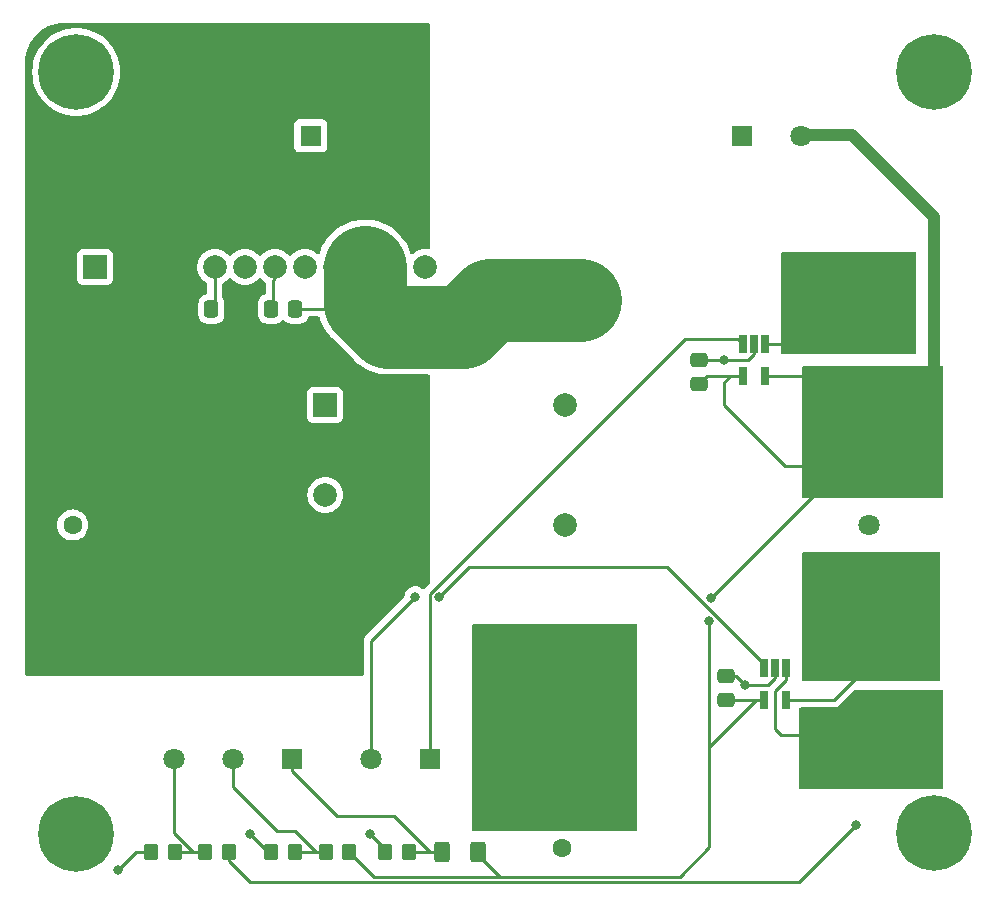
<source format=gbl>
G04 #@! TF.GenerationSoftware,KiCad,Pcbnew,(6.0.10)*
G04 #@! TF.CreationDate,2023-01-26T21:46:59-05:00*
G04 #@! TF.ProjectId,Converters,436f6e76-6572-4746-9572-732e6b696361,rev?*
G04 #@! TF.SameCoordinates,Original*
G04 #@! TF.FileFunction,Copper,L2,Bot*
G04 #@! TF.FilePolarity,Positive*
%FSLAX46Y46*%
G04 Gerber Fmt 4.6, Leading zero omitted, Abs format (unit mm)*
G04 Created by KiCad (PCBNEW (6.0.10)) date 2023-01-26 21:46:59*
%MOMM*%
%LPD*%
G01*
G04 APERTURE LIST*
G04 Aperture macros list*
%AMRoundRect*
0 Rectangle with rounded corners*
0 $1 Rounding radius*
0 $2 $3 $4 $5 $6 $7 $8 $9 X,Y pos of 4 corners*
0 Add a 4 corners polygon primitive as box body*
4,1,4,$2,$3,$4,$5,$6,$7,$8,$9,$2,$3,0*
0 Add four circle primitives for the rounded corners*
1,1,$1+$1,$2,$3*
1,1,$1+$1,$4,$5*
1,1,$1+$1,$6,$7*
1,1,$1+$1,$8,$9*
0 Add four rect primitives between the rounded corners*
20,1,$1+$1,$2,$3,$4,$5,0*
20,1,$1+$1,$4,$5,$6,$7,0*
20,1,$1+$1,$6,$7,$8,$9,0*
20,1,$1+$1,$8,$9,$2,$3,0*%
G04 Aperture macros list end*
G04 #@! TA.AperFunction,ComponentPad*
%ADD10C,6.400000*%
G04 #@! TD*
G04 #@! TA.AperFunction,ComponentPad*
%ADD11R,1.600000X1.600000*%
G04 #@! TD*
G04 #@! TA.AperFunction,ComponentPad*
%ADD12C,1.600000*%
G04 #@! TD*
G04 #@! TA.AperFunction,ComponentPad*
%ADD13R,1.803400X1.803400*%
G04 #@! TD*
G04 #@! TA.AperFunction,ComponentPad*
%ADD14C,1.803400*%
G04 #@! TD*
G04 #@! TA.AperFunction,ComponentPad*
%ADD15R,2.000000X2.000000*%
G04 #@! TD*
G04 #@! TA.AperFunction,ComponentPad*
%ADD16C,2.000000*%
G04 #@! TD*
G04 #@! TA.AperFunction,ComponentPad*
%ADD17RoundRect,0.750000X-0.750000X-0.750000X0.750000X-0.750000X0.750000X0.750000X-0.750000X0.750000X0*%
G04 #@! TD*
G04 #@! TA.AperFunction,ComponentPad*
%ADD18C,3.000000*%
G04 #@! TD*
G04 #@! TA.AperFunction,SMDPad,CuDef*
%ADD19RoundRect,0.250000X0.350000X0.450000X-0.350000X0.450000X-0.350000X-0.450000X0.350000X-0.450000X0*%
G04 #@! TD*
G04 #@! TA.AperFunction,SMDPad,CuDef*
%ADD20RoundRect,0.250000X-0.475000X0.337500X-0.475000X-0.337500X0.475000X-0.337500X0.475000X0.337500X0*%
G04 #@! TD*
G04 #@! TA.AperFunction,SMDPad,CuDef*
%ADD21R,0.650000X1.560000*%
G04 #@! TD*
G04 #@! TA.AperFunction,SMDPad,CuDef*
%ADD22RoundRect,0.250000X0.337500X0.475000X-0.337500X0.475000X-0.337500X-0.475000X0.337500X-0.475000X0*%
G04 #@! TD*
G04 #@! TA.AperFunction,SMDPad,CuDef*
%ADD23RoundRect,0.250000X-0.337500X-0.475000X0.337500X-0.475000X0.337500X0.475000X-0.337500X0.475000X0*%
G04 #@! TD*
G04 #@! TA.AperFunction,SMDPad,CuDef*
%ADD24RoundRect,0.249999X-1.425001X0.450001X-1.425001X-0.450001X1.425001X-0.450001X1.425001X0.450001X0*%
G04 #@! TD*
G04 #@! TA.AperFunction,SMDPad,CuDef*
%ADD25RoundRect,0.250000X0.400000X0.625000X-0.400000X0.625000X-0.400000X-0.625000X0.400000X-0.625000X0*%
G04 #@! TD*
G04 #@! TA.AperFunction,ViaPad*
%ADD26C,0.800000*%
G04 #@! TD*
G04 #@! TA.AperFunction,Conductor*
%ADD27C,0.250000*%
G04 #@! TD*
G04 #@! TA.AperFunction,Conductor*
%ADD28C,1.000000*%
G04 #@! TD*
G04 #@! TA.AperFunction,Conductor*
%ADD29C,7.000000*%
G04 #@! TD*
G04 APERTURE END LIST*
D10*
X181102000Y-71120000D03*
D11*
X149606000Y-134351347D03*
D12*
X149606000Y-136851347D03*
D13*
X175567999Y-114474001D03*
D14*
X175567999Y-109474001D03*
X175567999Y-104474001D03*
D15*
X129540000Y-99314000D03*
D16*
X129540000Y-106934000D03*
X129540000Y-112014000D03*
X149860000Y-119634000D03*
X149860000Y-109474000D03*
X149860000Y-99314000D03*
D13*
X164846000Y-76507999D03*
D14*
X169846000Y-76507999D03*
D13*
X126746000Y-129286000D03*
D14*
X121746000Y-129286000D03*
X116746000Y-129286000D03*
D13*
X128310000Y-76507999D03*
D14*
X133310000Y-76507999D03*
D10*
X181102000Y-135595000D03*
D13*
X138430000Y-129286000D03*
D14*
X133430000Y-129286000D03*
D11*
X110656380Y-109474000D03*
D12*
X108156380Y-109474000D03*
D17*
X143510000Y-90424000D03*
X151130000Y-90424000D03*
D18*
X170100000Y-90424000D03*
X177720000Y-90424000D03*
D17*
X145201000Y-127254000D03*
X152821000Y-127254000D03*
D18*
X171791000Y-127254000D03*
X179411000Y-127254000D03*
D10*
X108458000Y-135636000D03*
X108458000Y-71120000D03*
D15*
X110049000Y-87630000D03*
D16*
X112589000Y-87630000D03*
X115129000Y-87630000D03*
X117669000Y-87630000D03*
X120209000Y-87630000D03*
X122749000Y-87630000D03*
X125289000Y-87630000D03*
X127829000Y-87630000D03*
X130369000Y-87630000D03*
X132909000Y-87630000D03*
X135449000Y-87630000D03*
X137989000Y-87630000D03*
D19*
X116824000Y-137160000D03*
X114824000Y-137160000D03*
D20*
X163449000Y-122258000D03*
X163449000Y-124333000D03*
D21*
X166690000Y-121586000D03*
X167640000Y-121586000D03*
X168590000Y-121586000D03*
X168590000Y-124286000D03*
X166690000Y-124286000D03*
D19*
X136636000Y-137160000D03*
X134636000Y-137160000D03*
D20*
X161163000Y-95482500D03*
X161163000Y-97557500D03*
D19*
X121380000Y-137160000D03*
X119380000Y-137160000D03*
D22*
X127021500Y-91186000D03*
X124946500Y-91186000D03*
D23*
X117834500Y-91186000D03*
X119909500Y-91186000D03*
D21*
X164912000Y-94154000D03*
X165862000Y-94154000D03*
X166812000Y-94154000D03*
X166812000Y-96854000D03*
X164912000Y-96854000D03*
D19*
X131572000Y-137160000D03*
X129572000Y-137160000D03*
D24*
X173990000Y-92454000D03*
X173990000Y-98554000D03*
X175514000Y-119886000D03*
X175514000Y-125986000D03*
D19*
X126984000Y-137160000D03*
X124984000Y-137160000D03*
D25*
X142520000Y-137160000D03*
X139420000Y-137160000D03*
D26*
X163322000Y-95504000D03*
X133350000Y-135636000D03*
X165100000Y-123063000D03*
X123190000Y-135636000D03*
X112014000Y-138684000D03*
X162047701Y-117606299D03*
X162183299Y-115692701D03*
X174498000Y-134874000D03*
X137160000Y-115570000D03*
X139196299Y-115574299D03*
D27*
X125121500Y-91186000D02*
X125121500Y-88746500D01*
X167005000Y-123063000D02*
X167640000Y-122428000D01*
X114824000Y-137160000D02*
X113538000Y-137160000D01*
X113538000Y-137160000D02*
X112014000Y-138684000D01*
X167640000Y-122428000D02*
X167640000Y-121586000D01*
X165100000Y-123063000D02*
X167005000Y-123063000D01*
X125289000Y-88579000D02*
X125289000Y-87630000D01*
X120209000Y-90711500D02*
X120209000Y-87630000D01*
X165354000Y-95504000D02*
X165862000Y-94996000D01*
X124714000Y-137160000D02*
X123190000Y-135636000D01*
X164295000Y-122258000D02*
X165100000Y-123063000D01*
X134636000Y-137160000D02*
X134636000Y-136922000D01*
X163449000Y-122258000D02*
X164295000Y-122258000D01*
X119734500Y-91186000D02*
X120209000Y-90711500D01*
X163322000Y-95504000D02*
X161692500Y-95504000D01*
X125121500Y-88746500D02*
X125289000Y-88579000D01*
X124984000Y-137160000D02*
X124714000Y-137160000D01*
X165862000Y-94996000D02*
X165862000Y-94154000D01*
X134636000Y-136922000D02*
X133350000Y-135636000D01*
X165354000Y-95504000D02*
X163322000Y-95504000D01*
X163322000Y-97409000D02*
X163322000Y-99314000D01*
X163877000Y-96854000D02*
X161866500Y-96854000D01*
X161866500Y-96854000D02*
X161163000Y-97557500D01*
X159570000Y-139250000D02*
X162052000Y-136768000D01*
X168482001Y-104474001D02*
X173401999Y-104474001D01*
X162052000Y-125984000D02*
X162052000Y-124460000D01*
X162183299Y-115692701D02*
X173401999Y-104474001D01*
D28*
X174164000Y-76454000D02*
X170354000Y-76454000D01*
D27*
X144330000Y-139250000D02*
X149098000Y-139250000D01*
X142520000Y-137440000D02*
X144330000Y-139250000D01*
X142520000Y-137160000D02*
X142520000Y-137440000D01*
X163322000Y-99314000D02*
X168482001Y-104474001D01*
X133662000Y-139250000D02*
X144330000Y-139250000D01*
X162052000Y-124460000D02*
X162052000Y-117610598D01*
X166690000Y-124286000D02*
X166036000Y-124286000D01*
X165434000Y-124286000D02*
X163623000Y-124286000D01*
X173790000Y-96854000D02*
X166812000Y-96854000D01*
D28*
X175567999Y-104474001D02*
X181102000Y-98940000D01*
D27*
X162052000Y-136768000D02*
X162052000Y-128397000D01*
X164912000Y-96854000D02*
X163877000Y-96854000D01*
X173990000Y-97054000D02*
X173790000Y-96854000D01*
X162052000Y-126365000D02*
X162052000Y-125984000D01*
X131572000Y-137160000D02*
X133662000Y-139250000D01*
X162052000Y-128397000D02*
X162052000Y-126365000D01*
X162052000Y-117610598D02*
X162047701Y-117606299D01*
X166036000Y-124286000D02*
X165434000Y-124286000D01*
X163877000Y-96854000D02*
X163322000Y-97409000D01*
X173401999Y-104474001D02*
X175567999Y-104474001D01*
X149098000Y-139250000D02*
X159570000Y-139250000D01*
X162052000Y-128270000D02*
X162052000Y-128397000D01*
X166036000Y-124286000D02*
X162052000Y-128270000D01*
D28*
X181102000Y-98940000D02*
X181102000Y-83392000D01*
X181102000Y-83392000D02*
X174164000Y-76454000D01*
D27*
X163623000Y-124286000D02*
X163576000Y-124333000D01*
X132468000Y-91186000D02*
X132909000Y-90745000D01*
D29*
X143510000Y-90424000D02*
X151130000Y-90424000D01*
X132909000Y-90745000D02*
X134874000Y-92710000D01*
D27*
X126846500Y-91186000D02*
X132468000Y-91186000D01*
D29*
X132909000Y-87630000D02*
X132909000Y-90745000D01*
X141224000Y-92710000D02*
X143510000Y-90424000D01*
X134874000Y-92710000D02*
X141224000Y-92710000D01*
D27*
X169672000Y-139700000D02*
X174498000Y-134874000D01*
X172614000Y-124286000D02*
X175514000Y-121386000D01*
X121380000Y-137160000D02*
X121380000Y-137890000D01*
X123190000Y-139700000D02*
X169672000Y-139700000D01*
X121380000Y-137890000D02*
X123190000Y-139700000D01*
X168590000Y-124286000D02*
X172614000Y-124286000D01*
X166812000Y-94154000D02*
X173790000Y-94154000D01*
X173790000Y-94154000D02*
X173990000Y-93954000D01*
X168590000Y-122616000D02*
X167640000Y-123566000D01*
X167640000Y-126746000D02*
X168148000Y-127254000D01*
X167640000Y-123566000D02*
X167640000Y-126746000D01*
X168148000Y-127254000D02*
X171791000Y-127254000D01*
X168590000Y-121586000D02*
X168590000Y-122616000D01*
X126746000Y-130302000D02*
X126746000Y-129286000D01*
X138430000Y-137160000D02*
X139420000Y-137160000D01*
X130556000Y-134112000D02*
X126746000Y-130302000D01*
X138430000Y-137160000D02*
X135382000Y-134112000D01*
X136636000Y-137160000D02*
X138430000Y-137160000D01*
X135382000Y-134112000D02*
X130556000Y-134112000D01*
X125476000Y-135382000D02*
X126238000Y-135382000D01*
X121746000Y-131652000D02*
X121746000Y-129286000D01*
X128778000Y-137160000D02*
X126984000Y-137160000D01*
X128778000Y-137160000D02*
X127000000Y-135382000D01*
X129572000Y-137160000D02*
X128778000Y-137160000D01*
X121746000Y-131652000D02*
X125476000Y-135382000D01*
X127000000Y-135382000D02*
X126238000Y-135382000D01*
X118364000Y-137160000D02*
X116746000Y-135542000D01*
X119380000Y-137160000D02*
X118364000Y-137160000D01*
X118364000Y-137160000D02*
X116824000Y-137160000D01*
X116746000Y-135542000D02*
X116746000Y-129286000D01*
X164912000Y-94154000D02*
X164484000Y-93726000D01*
X164484000Y-93726000D02*
X160020000Y-93726000D01*
X138430000Y-115316000D02*
X138430000Y-129286000D01*
X160020000Y-93726000D02*
X138430000Y-115316000D01*
X166690000Y-121224000D02*
X160020000Y-114554000D01*
X141740598Y-113030000D02*
X139196299Y-115574299D01*
X166690000Y-121586000D02*
X166690000Y-121224000D01*
X137160000Y-115570000D02*
X133430000Y-119300000D01*
X158496000Y-113030000D02*
X141740598Y-113030000D01*
X160020000Y-114554000D02*
X158496000Y-113030000D01*
X133430000Y-119300000D02*
X133430000Y-129286000D01*
G04 #@! TA.AperFunction,Conductor*
G36*
X181552121Y-111780002D02*
G01*
X181598614Y-111833658D01*
X181610000Y-111886000D01*
X181610000Y-122556000D01*
X181589998Y-122624121D01*
X181536342Y-122670614D01*
X181484000Y-122682000D01*
X170052000Y-122682000D01*
X169983879Y-122661998D01*
X169937386Y-122608342D01*
X169926000Y-122556000D01*
X169926000Y-111886000D01*
X169946002Y-111817879D01*
X169999658Y-111771386D01*
X170052000Y-111760000D01*
X181484000Y-111760000D01*
X181552121Y-111780002D01*
G37*
G04 #@! TD.AperFunction*
G04 #@! TA.AperFunction,Conductor*
G36*
X155898121Y-117876002D02*
G01*
X155944614Y-117929658D01*
X155956000Y-117982000D01*
X155956000Y-135256000D01*
X155935998Y-135324121D01*
X155882342Y-135370614D01*
X155830000Y-135382000D01*
X142112000Y-135382000D01*
X142043879Y-135361998D01*
X141997386Y-135308342D01*
X141986000Y-135256000D01*
X141986000Y-117982000D01*
X142006002Y-117913879D01*
X142059658Y-117867386D01*
X142112000Y-117856000D01*
X155830000Y-117856000D01*
X155898121Y-117876002D01*
G37*
G04 #@! TD.AperFunction*
G04 #@! TA.AperFunction,Conductor*
G36*
X181806121Y-123464002D02*
G01*
X181852614Y-123517658D01*
X181864000Y-123570000D01*
X181864000Y-131700000D01*
X181843998Y-131768121D01*
X181790342Y-131814614D01*
X181738000Y-131826000D01*
X169798000Y-131826000D01*
X169729879Y-131805998D01*
X169683386Y-131752342D01*
X169672000Y-131700000D01*
X169672000Y-125045500D01*
X169692002Y-124977379D01*
X169745658Y-124930886D01*
X169798000Y-124919500D01*
X172535233Y-124919500D01*
X172546416Y-124920027D01*
X172553909Y-124921702D01*
X172561835Y-124921453D01*
X172561836Y-124921453D01*
X172621986Y-124919562D01*
X172625945Y-124919500D01*
X172653856Y-124919500D01*
X172657791Y-124919003D01*
X172657856Y-124918995D01*
X172669693Y-124918062D01*
X172701951Y-124917048D01*
X172705970Y-124916922D01*
X172713889Y-124916673D01*
X172733343Y-124911021D01*
X172752700Y-124907013D01*
X172764930Y-124905468D01*
X172764931Y-124905468D01*
X172772797Y-124904474D01*
X172780168Y-124901555D01*
X172780170Y-124901555D01*
X172813912Y-124888196D01*
X172825142Y-124884351D01*
X172859983Y-124874229D01*
X172859984Y-124874229D01*
X172867593Y-124872018D01*
X172874412Y-124867985D01*
X172874417Y-124867983D01*
X172885028Y-124861707D01*
X172902776Y-124853012D01*
X172921617Y-124845552D01*
X172957387Y-124819564D01*
X172967307Y-124813048D01*
X172998535Y-124794580D01*
X172998538Y-124794578D01*
X173005362Y-124790542D01*
X173019683Y-124776221D01*
X173034717Y-124763380D01*
X173044694Y-124756131D01*
X173051107Y-124751472D01*
X173079298Y-124717395D01*
X173087288Y-124708616D01*
X174314999Y-123480905D01*
X174377311Y-123446879D01*
X174404094Y-123444000D01*
X181738000Y-123444000D01*
X181806121Y-123464002D01*
G37*
G04 #@! TD.AperFunction*
G04 #@! TA.AperFunction,Conductor*
G36*
X179520121Y-86380002D02*
G01*
X179566614Y-86433658D01*
X179578000Y-86486000D01*
X179578000Y-94870000D01*
X179557998Y-94938121D01*
X179504342Y-94984614D01*
X179452000Y-94996000D01*
X168274000Y-94996000D01*
X168205879Y-94975998D01*
X168159386Y-94922342D01*
X168148000Y-94870000D01*
X168148000Y-86486000D01*
X168168002Y-86417879D01*
X168221658Y-86371386D01*
X168274000Y-86360000D01*
X179452000Y-86360000D01*
X179520121Y-86380002D01*
G37*
G04 #@! TD.AperFunction*
G04 #@! TA.AperFunction,Conductor*
G36*
X181806121Y-96032002D02*
G01*
X181852614Y-96085658D01*
X181864000Y-96138000D01*
X181864000Y-107062000D01*
X181843998Y-107130121D01*
X181790342Y-107176614D01*
X181738000Y-107188000D01*
X170052000Y-107188000D01*
X169983879Y-107167998D01*
X169937386Y-107114342D01*
X169926000Y-107062000D01*
X169926000Y-96138000D01*
X169946002Y-96069879D01*
X169999658Y-96023386D01*
X170052000Y-96012000D01*
X181738000Y-96012000D01*
X181806121Y-96032002D01*
G37*
G04 #@! TD.AperFunction*
G04 #@! TA.AperFunction,Conductor*
G36*
X138346121Y-66976579D02*
G01*
X138392614Y-67030235D01*
X138404000Y-67082577D01*
X138404000Y-86018438D01*
X138383998Y-86086559D01*
X138330342Y-86133052D01*
X138260068Y-86143156D01*
X138248585Y-86140956D01*
X138230533Y-86136622D01*
X138230525Y-86136621D01*
X138225711Y-86135465D01*
X137989000Y-86116835D01*
X137752289Y-86135465D01*
X137747482Y-86136619D01*
X137747476Y-86136620D01*
X137601609Y-86171640D01*
X137521406Y-86190895D01*
X137516835Y-86192788D01*
X137516833Y-86192789D01*
X137306611Y-86279865D01*
X137306607Y-86279867D01*
X137302037Y-86281760D01*
X137297817Y-86284346D01*
X137103798Y-86403241D01*
X137103792Y-86403245D01*
X137099584Y-86405824D01*
X137095830Y-86409031D01*
X137095818Y-86409039D01*
X136953140Y-86530898D01*
X136888351Y-86559929D01*
X136818151Y-86549324D01*
X136764828Y-86502449D01*
X136749187Y-86466103D01*
X136745065Y-86449872D01*
X136730242Y-86409035D01*
X136609955Y-86077648D01*
X136609951Y-86077638D01*
X136608888Y-86074710D01*
X136436123Y-85714929D01*
X136228479Y-85374085D01*
X135988009Y-85055549D01*
X135985899Y-85053267D01*
X135985892Y-85053258D01*
X135719214Y-84764769D01*
X135717091Y-84762472D01*
X135418405Y-84497751D01*
X135094903Y-84264005D01*
X134749785Y-84063545D01*
X134746948Y-84062255D01*
X134746944Y-84062253D01*
X134389321Y-83899651D01*
X134386464Y-83898352D01*
X134383495Y-83897344D01*
X134383487Y-83897341D01*
X134011499Y-83771069D01*
X134011496Y-83771068D01*
X134008532Y-83770062D01*
X134005494Y-83769358D01*
X134005484Y-83769355D01*
X133622770Y-83680647D01*
X133622768Y-83680647D01*
X133619728Y-83679942D01*
X133349064Y-83645029D01*
X133227005Y-83629284D01*
X133227002Y-83629284D01*
X133223895Y-83628883D01*
X132880344Y-83618987D01*
X132828074Y-83617481D01*
X132828073Y-83617481D01*
X132824948Y-83617391D01*
X132821829Y-83617612D01*
X132821822Y-83617612D01*
X132471881Y-83642389D01*
X132426832Y-83645579D01*
X132033485Y-83713169D01*
X132030476Y-83714001D01*
X132030470Y-83714002D01*
X131800148Y-83777659D01*
X131648795Y-83819491D01*
X131645893Y-83820614D01*
X131645883Y-83820617D01*
X131308363Y-83951194D01*
X131276567Y-83963495D01*
X131273776Y-83964908D01*
X131273769Y-83964911D01*
X131096006Y-84054901D01*
X130920482Y-84143757D01*
X130917852Y-84145436D01*
X130917841Y-84145442D01*
X130729228Y-84265834D01*
X130584061Y-84358494D01*
X130581614Y-84360423D01*
X130581607Y-84360428D01*
X130404771Y-84499835D01*
X130270632Y-84605582D01*
X130268376Y-84607757D01*
X130268370Y-84607762D01*
X130139200Y-84732283D01*
X129983292Y-84882578D01*
X129981259Y-84884971D01*
X129726919Y-85184348D01*
X129726912Y-85184357D01*
X129724885Y-85186743D01*
X129723102Y-85189323D01*
X129499742Y-85512497D01*
X129499737Y-85512506D01*
X129497965Y-85515069D01*
X129304776Y-85864309D01*
X129303543Y-85867178D01*
X129303538Y-85867189D01*
X129191742Y-86127402D01*
X129147229Y-86231010D01*
X129146288Y-86233987D01*
X129146286Y-86233991D01*
X129069854Y-86475668D01*
X129030242Y-86534586D01*
X128965065Y-86562736D01*
X128895015Y-86551179D01*
X128867889Y-86533485D01*
X128722182Y-86409040D01*
X128722178Y-86409037D01*
X128718416Y-86405824D01*
X128714208Y-86403245D01*
X128714202Y-86403241D01*
X128520183Y-86284346D01*
X128515963Y-86281760D01*
X128511393Y-86279867D01*
X128511389Y-86279865D01*
X128301167Y-86192789D01*
X128301165Y-86192788D01*
X128296594Y-86190895D01*
X128216391Y-86171640D01*
X128070524Y-86136620D01*
X128070518Y-86136619D01*
X128065711Y-86135465D01*
X127829000Y-86116835D01*
X127592289Y-86135465D01*
X127587482Y-86136619D01*
X127587476Y-86136620D01*
X127441609Y-86171640D01*
X127361406Y-86190895D01*
X127356835Y-86192788D01*
X127356833Y-86192789D01*
X127146611Y-86279865D01*
X127146607Y-86279867D01*
X127142037Y-86281760D01*
X127137817Y-86284346D01*
X126943798Y-86403241D01*
X126943792Y-86403245D01*
X126939584Y-86405824D01*
X126759031Y-86560031D01*
X126755823Y-86563787D01*
X126755818Y-86563792D01*
X126654811Y-86682056D01*
X126595361Y-86720866D01*
X126524366Y-86721372D01*
X126463189Y-86682056D01*
X126362182Y-86563792D01*
X126362177Y-86563787D01*
X126358969Y-86560031D01*
X126178416Y-86405824D01*
X126174208Y-86403245D01*
X126174202Y-86403241D01*
X125980183Y-86284346D01*
X125975963Y-86281760D01*
X125971393Y-86279867D01*
X125971389Y-86279865D01*
X125761167Y-86192789D01*
X125761165Y-86192788D01*
X125756594Y-86190895D01*
X125676391Y-86171640D01*
X125530524Y-86136620D01*
X125530518Y-86136619D01*
X125525711Y-86135465D01*
X125289000Y-86116835D01*
X125052289Y-86135465D01*
X125047482Y-86136619D01*
X125047476Y-86136620D01*
X124901609Y-86171640D01*
X124821406Y-86190895D01*
X124816835Y-86192788D01*
X124816833Y-86192789D01*
X124606611Y-86279865D01*
X124606607Y-86279867D01*
X124602037Y-86281760D01*
X124597817Y-86284346D01*
X124403798Y-86403241D01*
X124403792Y-86403245D01*
X124399584Y-86405824D01*
X124219031Y-86560031D01*
X124215823Y-86563787D01*
X124215818Y-86563792D01*
X124114811Y-86682056D01*
X124055361Y-86720866D01*
X123984366Y-86721372D01*
X123923189Y-86682056D01*
X123822182Y-86563792D01*
X123822177Y-86563787D01*
X123818969Y-86560031D01*
X123638416Y-86405824D01*
X123634208Y-86403245D01*
X123634202Y-86403241D01*
X123440183Y-86284346D01*
X123435963Y-86281760D01*
X123431393Y-86279867D01*
X123431389Y-86279865D01*
X123221167Y-86192789D01*
X123221165Y-86192788D01*
X123216594Y-86190895D01*
X123136391Y-86171640D01*
X122990524Y-86136620D01*
X122990518Y-86136619D01*
X122985711Y-86135465D01*
X122749000Y-86116835D01*
X122512289Y-86135465D01*
X122507482Y-86136619D01*
X122507476Y-86136620D01*
X122361609Y-86171640D01*
X122281406Y-86190895D01*
X122276835Y-86192788D01*
X122276833Y-86192789D01*
X122066611Y-86279865D01*
X122066607Y-86279867D01*
X122062037Y-86281760D01*
X122057817Y-86284346D01*
X121863798Y-86403241D01*
X121863792Y-86403245D01*
X121859584Y-86405824D01*
X121679031Y-86560031D01*
X121675823Y-86563787D01*
X121675818Y-86563792D01*
X121574811Y-86682056D01*
X121515361Y-86720866D01*
X121444366Y-86721372D01*
X121383189Y-86682056D01*
X121282182Y-86563792D01*
X121282177Y-86563787D01*
X121278969Y-86560031D01*
X121098416Y-86405824D01*
X121094208Y-86403245D01*
X121094202Y-86403241D01*
X120900183Y-86284346D01*
X120895963Y-86281760D01*
X120891393Y-86279867D01*
X120891389Y-86279865D01*
X120681167Y-86192789D01*
X120681165Y-86192788D01*
X120676594Y-86190895D01*
X120596391Y-86171640D01*
X120450524Y-86136620D01*
X120450518Y-86136619D01*
X120445711Y-86135465D01*
X120209000Y-86116835D01*
X119972289Y-86135465D01*
X119967482Y-86136619D01*
X119967476Y-86136620D01*
X119821609Y-86171640D01*
X119741406Y-86190895D01*
X119736835Y-86192788D01*
X119736833Y-86192789D01*
X119526611Y-86279865D01*
X119526607Y-86279867D01*
X119522037Y-86281760D01*
X119517817Y-86284346D01*
X119323798Y-86403241D01*
X119323792Y-86403245D01*
X119319584Y-86405824D01*
X119139031Y-86560031D01*
X118984824Y-86740584D01*
X118982245Y-86744792D01*
X118982241Y-86744798D01*
X118863346Y-86938817D01*
X118860760Y-86943037D01*
X118858867Y-86947607D01*
X118858865Y-86947611D01*
X118771789Y-87157833D01*
X118769895Y-87162406D01*
X118750640Y-87242609D01*
X118745110Y-87265645D01*
X118714465Y-87393289D01*
X118695835Y-87630000D01*
X118714465Y-87866711D01*
X118769895Y-88097594D01*
X118860760Y-88316963D01*
X118863346Y-88321183D01*
X118982241Y-88515202D01*
X118982245Y-88515208D01*
X118984824Y-88519416D01*
X119139031Y-88699969D01*
X119319584Y-88854176D01*
X119323792Y-88856755D01*
X119323798Y-88856759D01*
X119515335Y-88974133D01*
X119562966Y-89026781D01*
X119575500Y-89081566D01*
X119575500Y-89833305D01*
X119555498Y-89901426D01*
X119501842Y-89947919D01*
X119462504Y-89958632D01*
X119451003Y-89959825D01*
X119422692Y-89962762D01*
X119422688Y-89962763D01*
X119415834Y-89963474D01*
X119409298Y-89965655D01*
X119409296Y-89965655D01*
X119355560Y-89983583D01*
X119248054Y-90019450D01*
X119097652Y-90112522D01*
X118972695Y-90237697D01*
X118879885Y-90388262D01*
X118877581Y-90395209D01*
X118829187Y-90541114D01*
X118824203Y-90556139D01*
X118813500Y-90660600D01*
X118813500Y-91711400D01*
X118824474Y-91817166D01*
X118826655Y-91823702D01*
X118826655Y-91823704D01*
X118860493Y-91925128D01*
X118880450Y-91984946D01*
X118973522Y-92135348D01*
X119098697Y-92260305D01*
X119104927Y-92264145D01*
X119104928Y-92264146D01*
X119242090Y-92348694D01*
X119249262Y-92353115D01*
X119273466Y-92361143D01*
X119410611Y-92406632D01*
X119410613Y-92406632D01*
X119417139Y-92408797D01*
X119423975Y-92409497D01*
X119423978Y-92409498D01*
X119456520Y-92412832D01*
X119521600Y-92419500D01*
X120297400Y-92419500D01*
X120300646Y-92419163D01*
X120300650Y-92419163D01*
X120396308Y-92409238D01*
X120396312Y-92409237D01*
X120403166Y-92408526D01*
X120409702Y-92406345D01*
X120409704Y-92406345D01*
X120557125Y-92357161D01*
X120570946Y-92352550D01*
X120721348Y-92259478D01*
X120846305Y-92134303D01*
X120899537Y-92047945D01*
X120935275Y-91989968D01*
X120935276Y-91989966D01*
X120939115Y-91983738D01*
X120994797Y-91815861D01*
X121005500Y-91711400D01*
X121005500Y-90660600D01*
X120994526Y-90554834D01*
X120938550Y-90387054D01*
X120912128Y-90344357D01*
X120861356Y-90262310D01*
X120842500Y-90196007D01*
X120842500Y-89081566D01*
X120862502Y-89013445D01*
X120902665Y-88974133D01*
X121094202Y-88856759D01*
X121094208Y-88856755D01*
X121098416Y-88854176D01*
X121278969Y-88699969D01*
X121282177Y-88696213D01*
X121282182Y-88696208D01*
X121383189Y-88577944D01*
X121442639Y-88539134D01*
X121513634Y-88538628D01*
X121574811Y-88577944D01*
X121675818Y-88696208D01*
X121675823Y-88696213D01*
X121679031Y-88699969D01*
X121859584Y-88854176D01*
X121863792Y-88856755D01*
X121863798Y-88856759D01*
X121963258Y-88917708D01*
X122062037Y-88978240D01*
X122066607Y-88980133D01*
X122066611Y-88980135D01*
X122276833Y-89067211D01*
X122281406Y-89069105D01*
X122329349Y-89080615D01*
X122507476Y-89123380D01*
X122507482Y-89123381D01*
X122512289Y-89124535D01*
X122749000Y-89143165D01*
X122985711Y-89124535D01*
X122990518Y-89123381D01*
X122990524Y-89123380D01*
X123168651Y-89080615D01*
X123216594Y-89069105D01*
X123221167Y-89067211D01*
X123431389Y-88980135D01*
X123431393Y-88980133D01*
X123435963Y-88978240D01*
X123534742Y-88917708D01*
X123634202Y-88856759D01*
X123634208Y-88856755D01*
X123638416Y-88854176D01*
X123818969Y-88699969D01*
X123822177Y-88696213D01*
X123822182Y-88696208D01*
X123923189Y-88577944D01*
X123982639Y-88539134D01*
X124053634Y-88538628D01*
X124114811Y-88577944D01*
X124215818Y-88696208D01*
X124215823Y-88696213D01*
X124219031Y-88699969D01*
X124399584Y-88854176D01*
X124427836Y-88871489D01*
X124475466Y-88924134D01*
X124488000Y-88978920D01*
X124488000Y-89860951D01*
X124467998Y-89929072D01*
X124414342Y-89975565D01*
X124401876Y-89980475D01*
X124285054Y-90019450D01*
X124134652Y-90112522D01*
X124009695Y-90237697D01*
X123916885Y-90388262D01*
X123914581Y-90395209D01*
X123866187Y-90541114D01*
X123861203Y-90556139D01*
X123850500Y-90660600D01*
X123850500Y-91711400D01*
X123861474Y-91817166D01*
X123863655Y-91823702D01*
X123863655Y-91823704D01*
X123897493Y-91925128D01*
X123917450Y-91984946D01*
X124010522Y-92135348D01*
X124135697Y-92260305D01*
X124141927Y-92264145D01*
X124141928Y-92264146D01*
X124279090Y-92348694D01*
X124286262Y-92353115D01*
X124310466Y-92361143D01*
X124447611Y-92406632D01*
X124447613Y-92406632D01*
X124454139Y-92408797D01*
X124460975Y-92409497D01*
X124460978Y-92409498D01*
X124493520Y-92412832D01*
X124558600Y-92419500D01*
X125334400Y-92419500D01*
X125337646Y-92419163D01*
X125337650Y-92419163D01*
X125433308Y-92409238D01*
X125433312Y-92409237D01*
X125440166Y-92408526D01*
X125446702Y-92406345D01*
X125446704Y-92406345D01*
X125594125Y-92357161D01*
X125607946Y-92352550D01*
X125758348Y-92259478D01*
X125883305Y-92134303D01*
X125885906Y-92130084D01*
X125943030Y-92089583D01*
X126013953Y-92086351D01*
X126075365Y-92121976D01*
X126081922Y-92129530D01*
X126085522Y-92135348D01*
X126210697Y-92260305D01*
X126216927Y-92264145D01*
X126216928Y-92264146D01*
X126354090Y-92348694D01*
X126361262Y-92353115D01*
X126385466Y-92361143D01*
X126522611Y-92406632D01*
X126522613Y-92406632D01*
X126529139Y-92408797D01*
X126535975Y-92409497D01*
X126535978Y-92409498D01*
X126568520Y-92412832D01*
X126633600Y-92419500D01*
X127409400Y-92419500D01*
X127412646Y-92419163D01*
X127412650Y-92419163D01*
X127508308Y-92409238D01*
X127508312Y-92409237D01*
X127515166Y-92408526D01*
X127521702Y-92406345D01*
X127521704Y-92406345D01*
X127669125Y-92357161D01*
X127682946Y-92352550D01*
X127833348Y-92259478D01*
X127958305Y-92134303D01*
X128011537Y-92047945D01*
X128047275Y-91989968D01*
X128047276Y-91989966D01*
X128051115Y-91983738D01*
X128071563Y-91922090D01*
X128076955Y-91905833D01*
X128117386Y-91847473D01*
X128182950Y-91820236D01*
X128196548Y-91819500D01*
X128948109Y-91819500D01*
X129016230Y-91839502D01*
X129062723Y-91893158D01*
X129070231Y-91914482D01*
X129072935Y-91925128D01*
X129074005Y-91928075D01*
X129074005Y-91928076D01*
X129092995Y-91980392D01*
X129095645Y-91988547D01*
X129111897Y-92045039D01*
X129142592Y-92121976D01*
X129161766Y-92170037D01*
X129163175Y-92173736D01*
X129208045Y-92297352D01*
X129208049Y-92297362D01*
X129209112Y-92300290D01*
X129234207Y-92352550D01*
X129234563Y-92353291D01*
X129238006Y-92361135D01*
X129259791Y-92415738D01*
X129261233Y-92418514D01*
X129321838Y-92535183D01*
X129323607Y-92538723D01*
X129381877Y-92660071D01*
X129383506Y-92662745D01*
X129412466Y-92710283D01*
X129416670Y-92717743D01*
X129443772Y-92769916D01*
X129445489Y-92772545D01*
X129445492Y-92772550D01*
X129517369Y-92882600D01*
X129519482Y-92885948D01*
X129589521Y-93000915D01*
X129624953Y-93047849D01*
X129629872Y-93054849D01*
X129662019Y-93104069D01*
X129729279Y-93187574D01*
X129746461Y-93208906D01*
X129748891Y-93212022D01*
X129829991Y-93319451D01*
X129832116Y-93321750D01*
X129832117Y-93321751D01*
X129869902Y-93362627D01*
X129875504Y-93369117D01*
X129912376Y-93414894D01*
X129952094Y-93456969D01*
X130016689Y-93521564D01*
X130020119Y-93525130D01*
X130100909Y-93612528D01*
X130103247Y-93614600D01*
X130103252Y-93614605D01*
X130157383Y-93662580D01*
X130162905Y-93667780D01*
X132011795Y-95516670D01*
X132013412Y-95518316D01*
X132126578Y-95635708D01*
X132128971Y-95637741D01*
X132229141Y-95722841D01*
X132232118Y-95725451D01*
X132329610Y-95813698D01*
X132329618Y-95813705D01*
X132331933Y-95815800D01*
X132379226Y-95850731D01*
X132385940Y-95856052D01*
X132430743Y-95894115D01*
X132433324Y-95895898D01*
X132433332Y-95895905D01*
X132541445Y-95970625D01*
X132544657Y-95972920D01*
X132652969Y-96052921D01*
X132655659Y-96054522D01*
X132655669Y-96054528D01*
X132703495Y-96082981D01*
X132710710Y-96087613D01*
X132756487Y-96119251D01*
X132756494Y-96119256D01*
X132759069Y-96121035D01*
X132761804Y-96122548D01*
X132761809Y-96122551D01*
X132876841Y-96186183D01*
X132880274Y-96188153D01*
X132995969Y-96256984D01*
X132998807Y-96258310D01*
X132998810Y-96258312D01*
X133049232Y-96281878D01*
X133056868Y-96285768D01*
X133108309Y-96314224D01*
X133111184Y-96315459D01*
X133111206Y-96315470D01*
X133231999Y-96367367D01*
X133235610Y-96368986D01*
X133323126Y-96409888D01*
X133357540Y-96425972D01*
X133360492Y-96427009D01*
X133360510Y-96427016D01*
X133413019Y-96445456D01*
X133421006Y-96448570D01*
X133472134Y-96470536D01*
X133472145Y-96470540D01*
X133475010Y-96471771D01*
X133477991Y-96472714D01*
X133477997Y-96472716D01*
X133603304Y-96512345D01*
X133607060Y-96513598D01*
X133731145Y-96557174D01*
X133731166Y-96557180D01*
X133734107Y-96558213D01*
X133737137Y-96558949D01*
X133737141Y-96558950D01*
X133791253Y-96572091D01*
X133799490Y-96574390D01*
X133855545Y-96592118D01*
X133921497Y-96605956D01*
X133987275Y-96619758D01*
X133991135Y-96620632D01*
X134118894Y-96651658D01*
X134118902Y-96651660D01*
X134121947Y-96652399D01*
X134125045Y-96652832D01*
X134125052Y-96652833D01*
X134161472Y-96657919D01*
X134180177Y-96660531D01*
X134188612Y-96662003D01*
X134246152Y-96674076D01*
X134249269Y-96674412D01*
X134249270Y-96674412D01*
X134379984Y-96688497D01*
X134383912Y-96688983D01*
X134514121Y-96707167D01*
X134514128Y-96707168D01*
X134517224Y-96707600D01*
X134520351Y-96707723D01*
X134520353Y-96707723D01*
X134575965Y-96709908D01*
X134584516Y-96710536D01*
X134640513Y-96716570D01*
X134640524Y-96716571D01*
X134642967Y-96716834D01*
X134645430Y-96716905D01*
X134645431Y-96716905D01*
X134648681Y-96716999D01*
X134700803Y-96718500D01*
X134792171Y-96718500D01*
X134797118Y-96718597D01*
X134916029Y-96723269D01*
X134919147Y-96723081D01*
X134919150Y-96723081D01*
X134991354Y-96718728D01*
X134998936Y-96718500D01*
X138278000Y-96718500D01*
X138346121Y-96738502D01*
X138392614Y-96792158D01*
X138404000Y-96844500D01*
X138404000Y-114393905D01*
X138383998Y-114462026D01*
X138367095Y-114483000D01*
X138037747Y-114812348D01*
X138029461Y-114819888D01*
X138022982Y-114824000D01*
X138017557Y-114829777D01*
X137976357Y-114873651D01*
X137973602Y-114876493D01*
X137954075Y-114896020D01*
X137891763Y-114930046D01*
X137820948Y-114924981D01*
X137782305Y-114898546D01*
X137780580Y-114900461D01*
X137775672Y-114896041D01*
X137771253Y-114891134D01*
X137751102Y-114876493D01*
X137622094Y-114782763D01*
X137622093Y-114782762D01*
X137616752Y-114778882D01*
X137610724Y-114776198D01*
X137610722Y-114776197D01*
X137448319Y-114703891D01*
X137448318Y-114703891D01*
X137442288Y-114701206D01*
X137348887Y-114681353D01*
X137261944Y-114662872D01*
X137261939Y-114662872D01*
X137255487Y-114661500D01*
X137064513Y-114661500D01*
X137058061Y-114662872D01*
X137058056Y-114662872D01*
X136971113Y-114681353D01*
X136877712Y-114701206D01*
X136871682Y-114703891D01*
X136871681Y-114703891D01*
X136709278Y-114776197D01*
X136709276Y-114776198D01*
X136703248Y-114778882D01*
X136548747Y-114891134D01*
X136544326Y-114896044D01*
X136544325Y-114896045D01*
X136504137Y-114940679D01*
X136420960Y-115033056D01*
X136325473Y-115198444D01*
X136266458Y-115380072D01*
X136265768Y-115386633D01*
X136265768Y-115386635D01*
X136249093Y-115545293D01*
X136222080Y-115610950D01*
X136212878Y-115621218D01*
X133037747Y-118796348D01*
X133029461Y-118803888D01*
X133022982Y-118808000D01*
X133017557Y-118813777D01*
X132976357Y-118857651D01*
X132973602Y-118860493D01*
X132953865Y-118880230D01*
X132951385Y-118883427D01*
X132943682Y-118892447D01*
X132913414Y-118924679D01*
X132909595Y-118931625D01*
X132909593Y-118931628D01*
X132903652Y-118942434D01*
X132892801Y-118958953D01*
X132880386Y-118974959D01*
X132877241Y-118982228D01*
X132877238Y-118982232D01*
X132862826Y-119015537D01*
X132857609Y-119026187D01*
X132836305Y-119064940D01*
X132834334Y-119072615D01*
X132834334Y-119072616D01*
X132831267Y-119084562D01*
X132824863Y-119103266D01*
X132816819Y-119121855D01*
X132815580Y-119129678D01*
X132815577Y-119129688D01*
X132809901Y-119165524D01*
X132807495Y-119177144D01*
X132796500Y-119219970D01*
X132796500Y-119240224D01*
X132794949Y-119259934D01*
X132791780Y-119279943D01*
X132792526Y-119287835D01*
X132795941Y-119323961D01*
X132796500Y-119335819D01*
X132796500Y-122098000D01*
X132776498Y-122166121D01*
X132722842Y-122212614D01*
X132670500Y-122224000D01*
X104266500Y-122224000D01*
X104198379Y-122203998D01*
X104151886Y-122150342D01*
X104140500Y-122098000D01*
X104140500Y-109474000D01*
X106842882Y-109474000D01*
X106862837Y-109702087D01*
X106922096Y-109923243D01*
X106924419Y-109928224D01*
X106924419Y-109928225D01*
X107016531Y-110125762D01*
X107016534Y-110125767D01*
X107018857Y-110130749D01*
X107150182Y-110318300D01*
X107312080Y-110480198D01*
X107316588Y-110483355D01*
X107316591Y-110483357D01*
X107394769Y-110538098D01*
X107499631Y-110611523D01*
X107504613Y-110613846D01*
X107504618Y-110613849D01*
X107702155Y-110705961D01*
X107707137Y-110708284D01*
X107712445Y-110709706D01*
X107712447Y-110709707D01*
X107922978Y-110766119D01*
X107922980Y-110766119D01*
X107928293Y-110767543D01*
X108156380Y-110787498D01*
X108384467Y-110767543D01*
X108389780Y-110766119D01*
X108389782Y-110766119D01*
X108600313Y-110709707D01*
X108600315Y-110709706D01*
X108605623Y-110708284D01*
X108610605Y-110705961D01*
X108808142Y-110613849D01*
X108808147Y-110613846D01*
X108813129Y-110611523D01*
X108917991Y-110538098D01*
X108996169Y-110483357D01*
X108996172Y-110483355D01*
X109000680Y-110480198D01*
X109162578Y-110318300D01*
X109293903Y-110130749D01*
X109296226Y-110125767D01*
X109296229Y-110125762D01*
X109388341Y-109928225D01*
X109388341Y-109928224D01*
X109390664Y-109923243D01*
X109449923Y-109702087D01*
X109469878Y-109474000D01*
X109449923Y-109245913D01*
X109390664Y-109024757D01*
X109388341Y-109019775D01*
X109296229Y-108822238D01*
X109296226Y-108822233D01*
X109293903Y-108817251D01*
X109162578Y-108629700D01*
X109000680Y-108467802D01*
X108996172Y-108464645D01*
X108996169Y-108464643D01*
X108917991Y-108409902D01*
X108813129Y-108336477D01*
X108808147Y-108334154D01*
X108808142Y-108334151D01*
X108610605Y-108242039D01*
X108610604Y-108242039D01*
X108605623Y-108239716D01*
X108600315Y-108238294D01*
X108600313Y-108238293D01*
X108389782Y-108181881D01*
X108389780Y-108181881D01*
X108384467Y-108180457D01*
X108156380Y-108160502D01*
X107928293Y-108180457D01*
X107922980Y-108181881D01*
X107922978Y-108181881D01*
X107712447Y-108238293D01*
X107712445Y-108238294D01*
X107707137Y-108239716D01*
X107702156Y-108242039D01*
X107702155Y-108242039D01*
X107504618Y-108334151D01*
X107504613Y-108334154D01*
X107499631Y-108336477D01*
X107394769Y-108409902D01*
X107316591Y-108464643D01*
X107316588Y-108464645D01*
X107312080Y-108467802D01*
X107150182Y-108629700D01*
X107018857Y-108817251D01*
X107016534Y-108822233D01*
X107016531Y-108822238D01*
X106924419Y-109019775D01*
X106922096Y-109024757D01*
X106862837Y-109245913D01*
X106842882Y-109474000D01*
X104140500Y-109474000D01*
X104140500Y-106934000D01*
X128026835Y-106934000D01*
X128045465Y-107170711D01*
X128100895Y-107401594D01*
X128191760Y-107620963D01*
X128194346Y-107625183D01*
X128313241Y-107819202D01*
X128313245Y-107819208D01*
X128315824Y-107823416D01*
X128470031Y-108003969D01*
X128650584Y-108158176D01*
X128654792Y-108160755D01*
X128654798Y-108160759D01*
X128781322Y-108238293D01*
X128853037Y-108282240D01*
X128857607Y-108284133D01*
X128857611Y-108284135D01*
X128991599Y-108339634D01*
X129072406Y-108373105D01*
X129152609Y-108392360D01*
X129298476Y-108427380D01*
X129298482Y-108427381D01*
X129303289Y-108428535D01*
X129540000Y-108447165D01*
X129776711Y-108428535D01*
X129781518Y-108427381D01*
X129781524Y-108427380D01*
X129927391Y-108392360D01*
X130007594Y-108373105D01*
X130088401Y-108339634D01*
X130222389Y-108284135D01*
X130222393Y-108284133D01*
X130226963Y-108282240D01*
X130298678Y-108238293D01*
X130425202Y-108160759D01*
X130425208Y-108160755D01*
X130429416Y-108158176D01*
X130609969Y-108003969D01*
X130764176Y-107823416D01*
X130766755Y-107819208D01*
X130766759Y-107819202D01*
X130885654Y-107625183D01*
X130888240Y-107620963D01*
X130979105Y-107401594D01*
X131034535Y-107170711D01*
X131053165Y-106934000D01*
X131034535Y-106697289D01*
X130979105Y-106466406D01*
X130888240Y-106247037D01*
X130885654Y-106242817D01*
X130766759Y-106048798D01*
X130766755Y-106048792D01*
X130764176Y-106044584D01*
X130609969Y-105864031D01*
X130429416Y-105709824D01*
X130425208Y-105707245D01*
X130425202Y-105707241D01*
X130231183Y-105588346D01*
X130226963Y-105585760D01*
X130222393Y-105583867D01*
X130222389Y-105583865D01*
X130012167Y-105496789D01*
X130012165Y-105496788D01*
X130007594Y-105494895D01*
X129927391Y-105475640D01*
X129781524Y-105440620D01*
X129781518Y-105440619D01*
X129776711Y-105439465D01*
X129540000Y-105420835D01*
X129303289Y-105439465D01*
X129298482Y-105440619D01*
X129298476Y-105440620D01*
X129152609Y-105475640D01*
X129072406Y-105494895D01*
X129067835Y-105496788D01*
X129067833Y-105496789D01*
X128857611Y-105583865D01*
X128857607Y-105583867D01*
X128853037Y-105585760D01*
X128848817Y-105588346D01*
X128654798Y-105707241D01*
X128654792Y-105707245D01*
X128650584Y-105709824D01*
X128470031Y-105864031D01*
X128315824Y-106044584D01*
X128313245Y-106048792D01*
X128313241Y-106048798D01*
X128194346Y-106242817D01*
X128191760Y-106247037D01*
X128100895Y-106466406D01*
X128045465Y-106697289D01*
X128026835Y-106934000D01*
X104140500Y-106934000D01*
X104140500Y-100362134D01*
X128031500Y-100362134D01*
X128038255Y-100424316D01*
X128089385Y-100560705D01*
X128176739Y-100677261D01*
X128293295Y-100764615D01*
X128429684Y-100815745D01*
X128491866Y-100822500D01*
X130588134Y-100822500D01*
X130650316Y-100815745D01*
X130786705Y-100764615D01*
X130903261Y-100677261D01*
X130990615Y-100560705D01*
X131041745Y-100424316D01*
X131048500Y-100362134D01*
X131048500Y-98265866D01*
X131041745Y-98203684D01*
X130990615Y-98067295D01*
X130903261Y-97950739D01*
X130786705Y-97863385D01*
X130650316Y-97812255D01*
X130588134Y-97805500D01*
X128491866Y-97805500D01*
X128429684Y-97812255D01*
X128293295Y-97863385D01*
X128176739Y-97950739D01*
X128089385Y-98067295D01*
X128038255Y-98203684D01*
X128031500Y-98265866D01*
X128031500Y-100362134D01*
X104140500Y-100362134D01*
X104140500Y-88678134D01*
X108540500Y-88678134D01*
X108547255Y-88740316D01*
X108598385Y-88876705D01*
X108685739Y-88993261D01*
X108802295Y-89080615D01*
X108938684Y-89131745D01*
X109000866Y-89138500D01*
X111097134Y-89138500D01*
X111159316Y-89131745D01*
X111295705Y-89080615D01*
X111412261Y-88993261D01*
X111499615Y-88876705D01*
X111550745Y-88740316D01*
X111557500Y-88678134D01*
X111557500Y-86581866D01*
X111550745Y-86519684D01*
X111499615Y-86383295D01*
X111412261Y-86266739D01*
X111295705Y-86179385D01*
X111159316Y-86128255D01*
X111097134Y-86121500D01*
X109000866Y-86121500D01*
X108938684Y-86128255D01*
X108802295Y-86179385D01*
X108685739Y-86266739D01*
X108598385Y-86383295D01*
X108547255Y-86519684D01*
X108540500Y-86581866D01*
X108540500Y-88678134D01*
X104140500Y-88678134D01*
X104140500Y-77457833D01*
X126899800Y-77457833D01*
X126906555Y-77520015D01*
X126957685Y-77656404D01*
X127045039Y-77772960D01*
X127161595Y-77860314D01*
X127297984Y-77911444D01*
X127360166Y-77918199D01*
X129259834Y-77918199D01*
X129322016Y-77911444D01*
X129458405Y-77860314D01*
X129574961Y-77772960D01*
X129662315Y-77656404D01*
X129713445Y-77520015D01*
X129720200Y-77457833D01*
X129720200Y-75558165D01*
X129713445Y-75495983D01*
X129662315Y-75359594D01*
X129574961Y-75243038D01*
X129458405Y-75155684D01*
X129322016Y-75104554D01*
X129259834Y-75097799D01*
X127360166Y-75097799D01*
X127297984Y-75104554D01*
X127161595Y-75155684D01*
X127045039Y-75243038D01*
X126957685Y-75359594D01*
X126906555Y-75495983D01*
X126899800Y-75558165D01*
X126899800Y-77457833D01*
X104140500Y-77457833D01*
X104140500Y-71120000D01*
X104744411Y-71120000D01*
X104764754Y-71508176D01*
X104825562Y-71892099D01*
X104926167Y-72267562D01*
X105065468Y-72630453D01*
X105241938Y-72976794D01*
X105453643Y-73302793D01*
X105698266Y-73604876D01*
X105973124Y-73879734D01*
X106275207Y-74124357D01*
X106601205Y-74336062D01*
X106604139Y-74337557D01*
X106604146Y-74337561D01*
X106944607Y-74511034D01*
X106947547Y-74512532D01*
X107310438Y-74651833D01*
X107685901Y-74752438D01*
X107889793Y-74784732D01*
X108066576Y-74812732D01*
X108066584Y-74812733D01*
X108069824Y-74813246D01*
X108458000Y-74833589D01*
X108846176Y-74813246D01*
X108849416Y-74812733D01*
X108849424Y-74812732D01*
X109026207Y-74784732D01*
X109230099Y-74752438D01*
X109605562Y-74651833D01*
X109968453Y-74512532D01*
X109971393Y-74511034D01*
X110311854Y-74337561D01*
X110311861Y-74337557D01*
X110314795Y-74336062D01*
X110640793Y-74124357D01*
X110942876Y-73879734D01*
X111217734Y-73604876D01*
X111462357Y-73302793D01*
X111674062Y-72976794D01*
X111850532Y-72630453D01*
X111989833Y-72267562D01*
X112090438Y-71892099D01*
X112151246Y-71508176D01*
X112171589Y-71120000D01*
X112151246Y-70731824D01*
X112090438Y-70347901D01*
X111989833Y-69972438D01*
X111850532Y-69609547D01*
X111674062Y-69263206D01*
X111657606Y-69237865D01*
X111464152Y-68939971D01*
X111464152Y-68939970D01*
X111462357Y-68937207D01*
X111217734Y-68635124D01*
X110942876Y-68360266D01*
X110640793Y-68115643D01*
X110314795Y-67903938D01*
X110311861Y-67902443D01*
X110311854Y-67902439D01*
X109971393Y-67728966D01*
X109968453Y-67727468D01*
X109747453Y-67642634D01*
X109608652Y-67589353D01*
X109608650Y-67589352D01*
X109605562Y-67588167D01*
X109230099Y-67487562D01*
X109026207Y-67455268D01*
X108849424Y-67427268D01*
X108849416Y-67427267D01*
X108846176Y-67426754D01*
X108458000Y-67406411D01*
X108069824Y-67426754D01*
X108066584Y-67427267D01*
X108066576Y-67427268D01*
X107889793Y-67455268D01*
X107685901Y-67487562D01*
X107310438Y-67588167D01*
X107307350Y-67589352D01*
X107307348Y-67589353D01*
X107168547Y-67642634D01*
X106947547Y-67727468D01*
X106944607Y-67728966D01*
X106604147Y-67902439D01*
X106604140Y-67902443D01*
X106601206Y-67903938D01*
X106275207Y-68115643D01*
X105973124Y-68360266D01*
X105698266Y-68635124D01*
X105453643Y-68937207D01*
X105451848Y-68939970D01*
X105451848Y-68939971D01*
X105258395Y-69237865D01*
X105241938Y-69263206D01*
X105065468Y-69609547D01*
X104926167Y-69972438D01*
X104825562Y-70347901D01*
X104764754Y-70731824D01*
X104744411Y-71120000D01*
X104140500Y-71120000D01*
X104140500Y-70307446D01*
X104142000Y-70288060D01*
X104144310Y-70273226D01*
X104144310Y-70273225D01*
X104145691Y-70264356D01*
X104144527Y-70255453D01*
X104144527Y-70255449D01*
X104143245Y-70245643D01*
X104142354Y-70222712D01*
X104158242Y-69919581D01*
X104159620Y-69906465D01*
X104211617Y-69578179D01*
X104214360Y-69565278D01*
X104300382Y-69244248D01*
X104304457Y-69231705D01*
X104423569Y-68921412D01*
X104428933Y-68909364D01*
X104579828Y-68613218D01*
X104586423Y-68601796D01*
X104767441Y-68323054D01*
X104775191Y-68312387D01*
X104984359Y-68054088D01*
X104993184Y-68044287D01*
X105228202Y-67809271D01*
X105238003Y-67800446D01*
X105496302Y-67591281D01*
X105506972Y-67583529D01*
X105779445Y-67406584D01*
X105785718Y-67402511D01*
X105797138Y-67395917D01*
X106093284Y-67245024D01*
X106105333Y-67239660D01*
X106415615Y-67120554D01*
X106428158Y-67116478D01*
X106749204Y-67030454D01*
X106762104Y-67027712D01*
X107090385Y-66975718D01*
X107103501Y-66974340D01*
X107399417Y-66958832D01*
X107425387Y-66960159D01*
X107435724Y-66961768D01*
X107444626Y-66960604D01*
X107444628Y-66960604D01*
X107459677Y-66958636D01*
X107467286Y-66957641D01*
X107483621Y-66956577D01*
X138278000Y-66956577D01*
X138346121Y-66976579D01*
G37*
G04 #@! TD.AperFunction*
M02*

</source>
